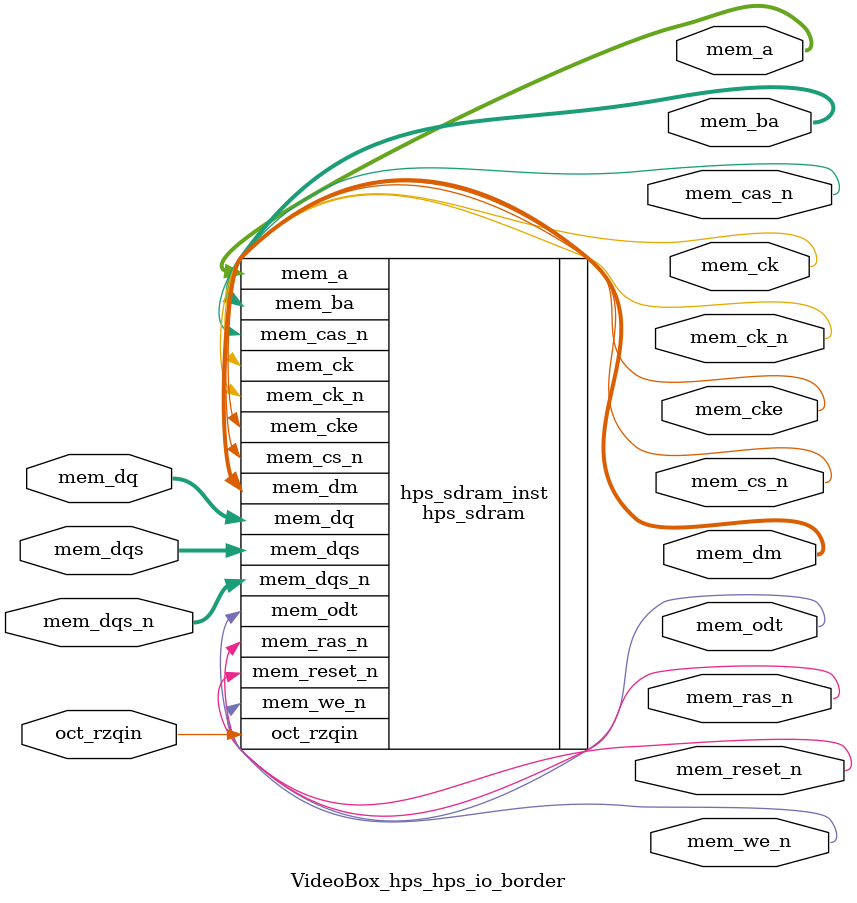
<source format=sv>


module VideoBox_hps_hps_io_border(
// memory
  output wire [15 - 1 : 0 ] mem_a
 ,output wire [3 - 1 : 0 ] mem_ba
 ,output wire [1 - 1 : 0 ] mem_ck
 ,output wire [1 - 1 : 0 ] mem_ck_n
 ,output wire [1 - 1 : 0 ] mem_cke
 ,output wire [1 - 1 : 0 ] mem_cs_n
 ,output wire [1 - 1 : 0 ] mem_ras_n
 ,output wire [1 - 1 : 0 ] mem_cas_n
 ,output wire [1 - 1 : 0 ] mem_we_n
 ,output wire [1 - 1 : 0 ] mem_reset_n
 ,inout wire [32 - 1 : 0 ] mem_dq
 ,inout wire [4 - 1 : 0 ] mem_dqs
 ,inout wire [4 - 1 : 0 ] mem_dqs_n
 ,output wire [1 - 1 : 0 ] mem_odt
 ,output wire [4 - 1 : 0 ] mem_dm
 ,input wire [1 - 1 : 0 ] oct_rzqin
);


hps_sdram hps_sdram_inst(
 .mem_dq({
    mem_dq[31:0] // 31:0
  })
,.mem_odt({
    mem_odt[0:0] // 0:0
  })
,.mem_ras_n({
    mem_ras_n[0:0] // 0:0
  })
,.mem_dqs_n({
    mem_dqs_n[3:0] // 3:0
  })
,.mem_dqs({
    mem_dqs[3:0] // 3:0
  })
,.mem_dm({
    mem_dm[3:0] // 3:0
  })
,.mem_we_n({
    mem_we_n[0:0] // 0:0
  })
,.mem_cas_n({
    mem_cas_n[0:0] // 0:0
  })
,.mem_ba({
    mem_ba[2:0] // 2:0
  })
,.mem_a({
    mem_a[14:0] // 14:0
  })
,.mem_cs_n({
    mem_cs_n[0:0] // 0:0
  })
,.mem_ck({
    mem_ck[0:0] // 0:0
  })
,.mem_cke({
    mem_cke[0:0] // 0:0
  })
,.oct_rzqin({
    oct_rzqin[0:0] // 0:0
  })
,.mem_reset_n({
    mem_reset_n[0:0] // 0:0
  })
,.mem_ck_n({
    mem_ck_n[0:0] // 0:0
  })
);

endmodule


</source>
